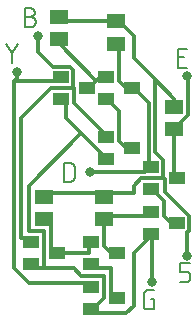
<source format=gbr>
G04 EAGLE Gerber RS-274X export*
G75*
%MOMM*%
%FSLAX34Y34*%
%LPD*%
%INTop Copper*%
%IPPOS*%
%AMOC8*
5,1,8,0,0,1.08239X$1,22.5*%
G01*
%ADD10C,0.152400*%
%ADD11R,1.400000X1.000000*%
%ADD12R,1.600000X1.300000*%
%ADD13C,0.304800*%
%ADD14C,0.806400*%


D10*
X22352Y263793D02*
X26868Y263793D01*
X26868Y263794D02*
X27001Y263792D01*
X27133Y263786D01*
X27265Y263776D01*
X27397Y263763D01*
X27529Y263745D01*
X27659Y263724D01*
X27790Y263699D01*
X27919Y263670D01*
X28047Y263637D01*
X28175Y263601D01*
X28301Y263561D01*
X28426Y263517D01*
X28550Y263469D01*
X28672Y263418D01*
X28793Y263363D01*
X28912Y263305D01*
X29030Y263243D01*
X29145Y263178D01*
X29259Y263109D01*
X29370Y263038D01*
X29479Y262962D01*
X29586Y262884D01*
X29691Y262803D01*
X29793Y262718D01*
X29893Y262631D01*
X29990Y262541D01*
X30085Y262448D01*
X30176Y262352D01*
X30265Y262254D01*
X30351Y262153D01*
X30434Y262049D01*
X30514Y261943D01*
X30590Y261835D01*
X30664Y261725D01*
X30734Y261612D01*
X30801Y261498D01*
X30864Y261381D01*
X30924Y261263D01*
X30981Y261143D01*
X31034Y261021D01*
X31083Y260898D01*
X31129Y260774D01*
X31171Y260648D01*
X31209Y260521D01*
X31244Y260393D01*
X31275Y260264D01*
X31302Y260135D01*
X31325Y260004D01*
X31345Y259873D01*
X31360Y259741D01*
X31372Y259609D01*
X31380Y259477D01*
X31384Y259344D01*
X31384Y259212D01*
X31380Y259079D01*
X31372Y258947D01*
X31360Y258815D01*
X31345Y258683D01*
X31325Y258552D01*
X31302Y258421D01*
X31275Y258292D01*
X31244Y258163D01*
X31209Y258035D01*
X31171Y257908D01*
X31129Y257782D01*
X31083Y257658D01*
X31034Y257535D01*
X30981Y257413D01*
X30924Y257293D01*
X30864Y257175D01*
X30801Y257058D01*
X30734Y256944D01*
X30664Y256831D01*
X30590Y256721D01*
X30514Y256613D01*
X30434Y256507D01*
X30351Y256403D01*
X30265Y256302D01*
X30176Y256204D01*
X30085Y256108D01*
X29990Y256015D01*
X29893Y255925D01*
X29793Y255838D01*
X29691Y255753D01*
X29586Y255672D01*
X29479Y255594D01*
X29370Y255518D01*
X29259Y255447D01*
X29145Y255378D01*
X29030Y255313D01*
X28912Y255251D01*
X28793Y255193D01*
X28672Y255138D01*
X28550Y255087D01*
X28426Y255039D01*
X28301Y254995D01*
X28175Y254955D01*
X28047Y254919D01*
X27919Y254886D01*
X27790Y254857D01*
X27659Y254832D01*
X27529Y254811D01*
X27397Y254793D01*
X27265Y254780D01*
X27133Y254770D01*
X27001Y254764D01*
X26868Y254762D01*
X22352Y254762D01*
X22352Y271018D01*
X26868Y271018D01*
X26987Y271016D01*
X27107Y271010D01*
X27226Y271000D01*
X27344Y270986D01*
X27463Y270969D01*
X27580Y270947D01*
X27697Y270922D01*
X27812Y270892D01*
X27927Y270859D01*
X28041Y270822D01*
X28153Y270782D01*
X28264Y270737D01*
X28373Y270689D01*
X28481Y270638D01*
X28587Y270583D01*
X28691Y270524D01*
X28793Y270462D01*
X28893Y270397D01*
X28991Y270328D01*
X29087Y270256D01*
X29180Y270181D01*
X29270Y270104D01*
X29358Y270023D01*
X29443Y269939D01*
X29525Y269852D01*
X29605Y269763D01*
X29681Y269671D01*
X29755Y269577D01*
X29825Y269480D01*
X29892Y269382D01*
X29956Y269281D01*
X30016Y269177D01*
X30073Y269072D01*
X30126Y268965D01*
X30176Y268857D01*
X30222Y268747D01*
X30264Y268635D01*
X30303Y268522D01*
X30338Y268408D01*
X30369Y268293D01*
X30397Y268176D01*
X30420Y268059D01*
X30440Y267942D01*
X30456Y267823D01*
X30468Y267704D01*
X30476Y267585D01*
X30480Y267466D01*
X30480Y267346D01*
X30476Y267227D01*
X30468Y267108D01*
X30456Y266989D01*
X30440Y266870D01*
X30420Y266753D01*
X30397Y266636D01*
X30369Y266519D01*
X30338Y266404D01*
X30303Y266290D01*
X30264Y266177D01*
X30222Y266065D01*
X30176Y265955D01*
X30126Y265847D01*
X30073Y265740D01*
X30016Y265635D01*
X29956Y265531D01*
X29892Y265430D01*
X29825Y265332D01*
X29755Y265235D01*
X29681Y265141D01*
X29605Y265049D01*
X29525Y264960D01*
X29443Y264873D01*
X29358Y264789D01*
X29270Y264708D01*
X29180Y264631D01*
X29087Y264556D01*
X28991Y264484D01*
X28893Y264415D01*
X28793Y264350D01*
X28691Y264288D01*
X28587Y264229D01*
X28481Y264174D01*
X28373Y264123D01*
X28264Y264075D01*
X28153Y264030D01*
X28041Y263990D01*
X27927Y263953D01*
X27812Y263920D01*
X27697Y263890D01*
X27580Y263865D01*
X27463Y263843D01*
X27344Y263826D01*
X27226Y263812D01*
X27107Y263802D01*
X26987Y263796D01*
X26868Y263794D01*
X5842Y240538D02*
X11261Y232862D01*
X16679Y240538D01*
X11261Y232862D02*
X11261Y224282D01*
X151892Y220472D02*
X159117Y220472D01*
X151892Y220472D02*
X151892Y236728D01*
X159117Y236728D01*
X157311Y229503D02*
X151892Y229503D01*
X55372Y140208D02*
X55372Y123952D01*
X55372Y140208D02*
X59888Y140208D01*
X60019Y140206D01*
X60151Y140200D01*
X60282Y140191D01*
X60412Y140177D01*
X60543Y140160D01*
X60672Y140139D01*
X60801Y140115D01*
X60929Y140086D01*
X61057Y140054D01*
X61183Y140018D01*
X61308Y139979D01*
X61433Y139936D01*
X61555Y139889D01*
X61677Y139839D01*
X61797Y139785D01*
X61915Y139728D01*
X62031Y139667D01*
X62146Y139603D01*
X62259Y139536D01*
X62370Y139465D01*
X62478Y139391D01*
X62585Y139314D01*
X62689Y139234D01*
X62791Y139151D01*
X62890Y139066D01*
X62987Y138977D01*
X63081Y138885D01*
X63173Y138791D01*
X63262Y138694D01*
X63347Y138595D01*
X63430Y138493D01*
X63510Y138389D01*
X63587Y138282D01*
X63661Y138174D01*
X63732Y138063D01*
X63799Y137950D01*
X63863Y137835D01*
X63924Y137719D01*
X63981Y137601D01*
X64035Y137481D01*
X64085Y137359D01*
X64132Y137237D01*
X64175Y137112D01*
X64214Y136987D01*
X64250Y136861D01*
X64282Y136733D01*
X64311Y136605D01*
X64335Y136476D01*
X64356Y136347D01*
X64373Y136216D01*
X64387Y136086D01*
X64396Y135955D01*
X64402Y135823D01*
X64404Y135692D01*
X64403Y135692D02*
X64403Y128468D01*
X64404Y128468D02*
X64402Y128337D01*
X64396Y128205D01*
X64387Y128074D01*
X64373Y127944D01*
X64356Y127813D01*
X64335Y127684D01*
X64311Y127555D01*
X64282Y127427D01*
X64250Y127299D01*
X64214Y127173D01*
X64175Y127048D01*
X64132Y126923D01*
X64085Y126801D01*
X64035Y126679D01*
X63981Y126559D01*
X63924Y126441D01*
X63863Y126325D01*
X63799Y126210D01*
X63732Y126097D01*
X63661Y125986D01*
X63587Y125878D01*
X63510Y125771D01*
X63430Y125667D01*
X63347Y125565D01*
X63262Y125466D01*
X63173Y125369D01*
X63081Y125275D01*
X62987Y125183D01*
X62890Y125094D01*
X62791Y125009D01*
X62689Y124926D01*
X62585Y124846D01*
X62478Y124769D01*
X62370Y124695D01*
X62259Y124624D01*
X62146Y124557D01*
X62031Y124493D01*
X61915Y124432D01*
X61797Y124375D01*
X61677Y124321D01*
X61555Y124271D01*
X61433Y124224D01*
X61308Y124181D01*
X61183Y124142D01*
X61057Y124106D01*
X60929Y124074D01*
X60801Y124045D01*
X60672Y124021D01*
X60542Y124000D01*
X60412Y123983D01*
X60282Y123969D01*
X60151Y123960D01*
X60019Y123954D01*
X59888Y123952D01*
X55372Y123952D01*
X153162Y38862D02*
X158581Y38862D01*
X158699Y38864D01*
X158817Y38870D01*
X158935Y38879D01*
X159052Y38893D01*
X159169Y38910D01*
X159286Y38931D01*
X159401Y38956D01*
X159516Y38985D01*
X159630Y39018D01*
X159742Y39054D01*
X159853Y39094D01*
X159963Y39137D01*
X160072Y39184D01*
X160179Y39234D01*
X160284Y39289D01*
X160387Y39346D01*
X160488Y39407D01*
X160588Y39471D01*
X160685Y39538D01*
X160780Y39608D01*
X160872Y39682D01*
X160963Y39758D01*
X161050Y39838D01*
X161135Y39920D01*
X161217Y40005D01*
X161297Y40092D01*
X161373Y40183D01*
X161447Y40275D01*
X161517Y40370D01*
X161584Y40467D01*
X161648Y40567D01*
X161709Y40668D01*
X161766Y40771D01*
X161821Y40876D01*
X161871Y40983D01*
X161918Y41092D01*
X161961Y41202D01*
X162001Y41313D01*
X162037Y41425D01*
X162070Y41539D01*
X162099Y41654D01*
X162124Y41769D01*
X162145Y41886D01*
X162162Y42003D01*
X162176Y42120D01*
X162185Y42238D01*
X162191Y42356D01*
X162193Y42474D01*
X162193Y44281D01*
X162191Y44399D01*
X162185Y44517D01*
X162176Y44635D01*
X162162Y44752D01*
X162145Y44869D01*
X162124Y44986D01*
X162099Y45101D01*
X162070Y45216D01*
X162037Y45330D01*
X162001Y45442D01*
X161961Y45553D01*
X161918Y45663D01*
X161871Y45772D01*
X161821Y45879D01*
X161766Y45984D01*
X161709Y46087D01*
X161648Y46188D01*
X161584Y46288D01*
X161517Y46385D01*
X161447Y46480D01*
X161373Y46572D01*
X161297Y46663D01*
X161217Y46750D01*
X161135Y46835D01*
X161050Y46917D01*
X160963Y46997D01*
X160872Y47073D01*
X160780Y47147D01*
X160685Y47217D01*
X160588Y47284D01*
X160488Y47348D01*
X160387Y47409D01*
X160284Y47466D01*
X160179Y47521D01*
X160072Y47571D01*
X159963Y47618D01*
X159853Y47661D01*
X159742Y47701D01*
X159630Y47737D01*
X159516Y47770D01*
X159401Y47799D01*
X159286Y47824D01*
X159169Y47845D01*
X159052Y47862D01*
X158935Y47876D01*
X158817Y47885D01*
X158699Y47891D01*
X158581Y47893D01*
X153162Y47893D01*
X153162Y55118D01*
X162193Y55118D01*
X131713Y25033D02*
X129004Y25033D01*
X131713Y25033D02*
X131713Y16002D01*
X126294Y16002D01*
X126176Y16004D01*
X126058Y16010D01*
X125940Y16019D01*
X125823Y16033D01*
X125706Y16050D01*
X125589Y16071D01*
X125474Y16096D01*
X125359Y16125D01*
X125245Y16158D01*
X125133Y16194D01*
X125022Y16234D01*
X124912Y16277D01*
X124803Y16324D01*
X124696Y16374D01*
X124591Y16429D01*
X124488Y16486D01*
X124387Y16547D01*
X124287Y16611D01*
X124190Y16678D01*
X124095Y16748D01*
X124003Y16822D01*
X123912Y16898D01*
X123825Y16978D01*
X123740Y17060D01*
X123658Y17145D01*
X123578Y17232D01*
X123502Y17323D01*
X123428Y17415D01*
X123358Y17510D01*
X123291Y17607D01*
X123227Y17707D01*
X123166Y17808D01*
X123109Y17911D01*
X123054Y18016D01*
X123004Y18123D01*
X122957Y18232D01*
X122914Y18342D01*
X122874Y18453D01*
X122838Y18565D01*
X122805Y18679D01*
X122776Y18794D01*
X122751Y18909D01*
X122730Y19026D01*
X122713Y19143D01*
X122699Y19260D01*
X122690Y19378D01*
X122684Y19496D01*
X122682Y19614D01*
X122682Y28646D01*
X122684Y28764D01*
X122690Y28882D01*
X122699Y29000D01*
X122713Y29117D01*
X122730Y29234D01*
X122751Y29351D01*
X122776Y29466D01*
X122805Y29581D01*
X122838Y29695D01*
X122874Y29807D01*
X122914Y29918D01*
X122957Y30028D01*
X123004Y30137D01*
X123054Y30244D01*
X123108Y30349D01*
X123166Y30452D01*
X123227Y30553D01*
X123291Y30653D01*
X123358Y30750D01*
X123428Y30845D01*
X123502Y30937D01*
X123578Y31028D01*
X123658Y31115D01*
X123740Y31200D01*
X123825Y31282D01*
X123912Y31362D01*
X124003Y31438D01*
X124095Y31512D01*
X124190Y31582D01*
X124287Y31649D01*
X124387Y31713D01*
X124488Y31774D01*
X124591Y31831D01*
X124696Y31885D01*
X124803Y31936D01*
X124912Y31983D01*
X125022Y32026D01*
X125133Y32066D01*
X125245Y32102D01*
X125359Y32135D01*
X125474Y32164D01*
X125589Y32189D01*
X125706Y32210D01*
X125823Y32227D01*
X125940Y32241D01*
X126058Y32250D01*
X126176Y32256D01*
X126294Y32258D01*
X131713Y32258D01*
D11*
X112600Y203200D03*
X90600Y193700D03*
X90600Y212700D03*
X150700Y127000D03*
X128700Y117500D03*
X128700Y136500D03*
X74500Y203200D03*
X52500Y193700D03*
X52500Y212700D03*
X112600Y152400D03*
X90600Y142900D03*
X90600Y161900D03*
X150700Y88900D03*
X128700Y79400D03*
X128700Y98400D03*
X49100Y63500D03*
X27100Y54000D03*
X27100Y73000D03*
X99900Y63500D03*
X77900Y54000D03*
X77900Y73000D03*
X99900Y25400D03*
X77900Y15900D03*
X77900Y34900D03*
D12*
X99060Y240690D03*
X99060Y259690D03*
X148590Y168300D03*
X148590Y187300D03*
X50800Y244500D03*
X50800Y263500D03*
X38100Y92100D03*
X38100Y111100D03*
X88900Y92100D03*
X88900Y111100D03*
D13*
X88900Y114300D02*
X38100Y114300D01*
X38100Y111100D01*
X50800Y260350D02*
X95250Y260350D01*
X99060Y259690D01*
X50800Y260350D02*
X50800Y263500D01*
X114300Y228600D02*
X132080Y210820D01*
X148590Y194310D01*
X114300Y228600D02*
X114300Y247650D01*
X101600Y260350D01*
X148590Y194310D02*
X148590Y187300D01*
X101600Y260350D02*
X99060Y259690D01*
X88900Y114300D02*
X114300Y114300D01*
X114300Y120650D01*
X120650Y127000D01*
X139700Y127000D01*
X88900Y114300D02*
X88900Y111100D01*
X138748Y127952D02*
X139700Y127000D01*
X132080Y149431D02*
X132080Y210820D01*
X138748Y142763D02*
X138748Y127952D01*
X138748Y142763D02*
X132080Y149431D01*
D14*
X159288Y61158D03*
D13*
X140652Y126048D02*
X139700Y127000D01*
X160748Y95163D02*
X160748Y82638D01*
X159288Y81178D01*
X159288Y61158D01*
X140652Y115259D02*
X140652Y126048D01*
X140652Y115259D02*
X160748Y95163D01*
X69850Y165100D02*
X57150Y177800D01*
X69850Y165100D02*
X88900Y146050D01*
X57150Y177800D02*
X57150Y190500D01*
X88900Y146050D02*
X90600Y142900D01*
X57150Y190500D02*
X52500Y193700D01*
X63500Y50800D02*
X38100Y50800D01*
X31750Y50800D01*
X63500Y50800D02*
X69850Y44450D01*
X88900Y44450D01*
X88900Y25400D01*
X82550Y19050D01*
X31750Y50800D02*
X27100Y54000D01*
X77900Y15900D02*
X82550Y19050D01*
X114300Y63500D02*
X127000Y76200D01*
X114300Y63500D02*
X114300Y19050D01*
X107950Y12700D01*
X82550Y12700D01*
X127000Y76200D02*
X128700Y79400D01*
X82550Y12700D02*
X77900Y15900D01*
X25400Y120650D02*
X69850Y165100D01*
X25400Y120650D02*
X25400Y82550D01*
X38100Y82550D01*
X38100Y50800D01*
X128700Y79400D02*
X130078Y78022D01*
X130078Y39370D01*
D14*
X130078Y39370D03*
D13*
X50800Y209550D02*
X12700Y209550D01*
X12700Y50800D01*
X25400Y38100D01*
X76200Y38100D01*
X50800Y209550D02*
X52500Y212700D01*
X76200Y38100D02*
X77900Y34900D01*
X12700Y209550D02*
X15240Y212090D01*
X15240Y217170D01*
D14*
X15240Y217170D03*
D13*
X101600Y209550D02*
X107950Y203200D01*
X101600Y209550D02*
X101600Y234950D01*
X107950Y203200D02*
X112600Y203200D01*
X101600Y234950D02*
X99060Y240690D01*
X127000Y190500D02*
X127000Y139700D01*
X127000Y190500D02*
X114300Y203200D01*
X127000Y139700D02*
X128700Y136500D01*
X114300Y203200D02*
X112600Y203200D01*
X128700Y136500D02*
X124280Y132080D01*
X77470Y132080D01*
D14*
X77470Y132080D03*
D13*
X82550Y209550D02*
X88900Y215900D01*
X82550Y209550D02*
X76200Y203200D01*
X74500Y203200D01*
X90600Y212700D02*
X88900Y215900D01*
X82550Y209550D02*
X50800Y241300D01*
X50800Y244500D01*
X101600Y158750D02*
X107950Y152400D01*
X101600Y158750D02*
X101600Y184150D01*
X95250Y190500D01*
X107950Y152400D02*
X112600Y152400D01*
X95250Y190500D02*
X90600Y193700D01*
X25400Y76200D02*
X19050Y76200D01*
X19050Y177800D01*
X44450Y203200D01*
X63500Y203200D01*
X63500Y190500D01*
X88900Y165100D01*
X25400Y76200D02*
X27100Y73000D01*
X90600Y161900D02*
X88900Y165100D01*
X62548Y218963D02*
X60763Y220748D01*
X45952Y220748D01*
X33020Y233680D01*
X62548Y204152D02*
X63500Y203200D01*
X62548Y204152D02*
X62548Y218963D01*
D14*
X33020Y247650D03*
D13*
X33020Y233680D01*
X88900Y69850D02*
X95250Y63500D01*
X88900Y69850D02*
X88900Y92100D01*
X95250Y63500D02*
X99900Y63500D01*
X88900Y95250D02*
X127000Y95250D01*
X128700Y98400D01*
X88900Y95250D02*
X88900Y92100D01*
X76200Y63500D02*
X49100Y63500D01*
X76200Y63500D02*
X76200Y69850D01*
X77900Y73000D01*
X44450Y88900D02*
X38100Y88900D01*
X44450Y88900D02*
X44450Y63500D01*
X38100Y88900D02*
X38100Y92100D01*
X44450Y63500D02*
X49100Y63500D01*
X139700Y95250D02*
X146050Y88900D01*
X139700Y95250D02*
X139700Y107950D01*
X133350Y114300D01*
X146050Y88900D02*
X150700Y88900D01*
X133350Y114300D02*
X128700Y117500D01*
X148590Y129110D02*
X148590Y168300D01*
X148590Y129110D02*
X150700Y127000D01*
X148590Y168300D02*
X160558Y180268D01*
X160558Y212090D02*
X159288Y213360D01*
X160558Y212090D02*
X160558Y180268D01*
D14*
X159288Y213360D03*
D13*
X95250Y50800D02*
X95250Y25400D01*
X95250Y50800D02*
X82550Y50800D01*
X95250Y25400D02*
X99900Y25400D01*
X82550Y50800D02*
X77900Y54000D01*
M02*

</source>
